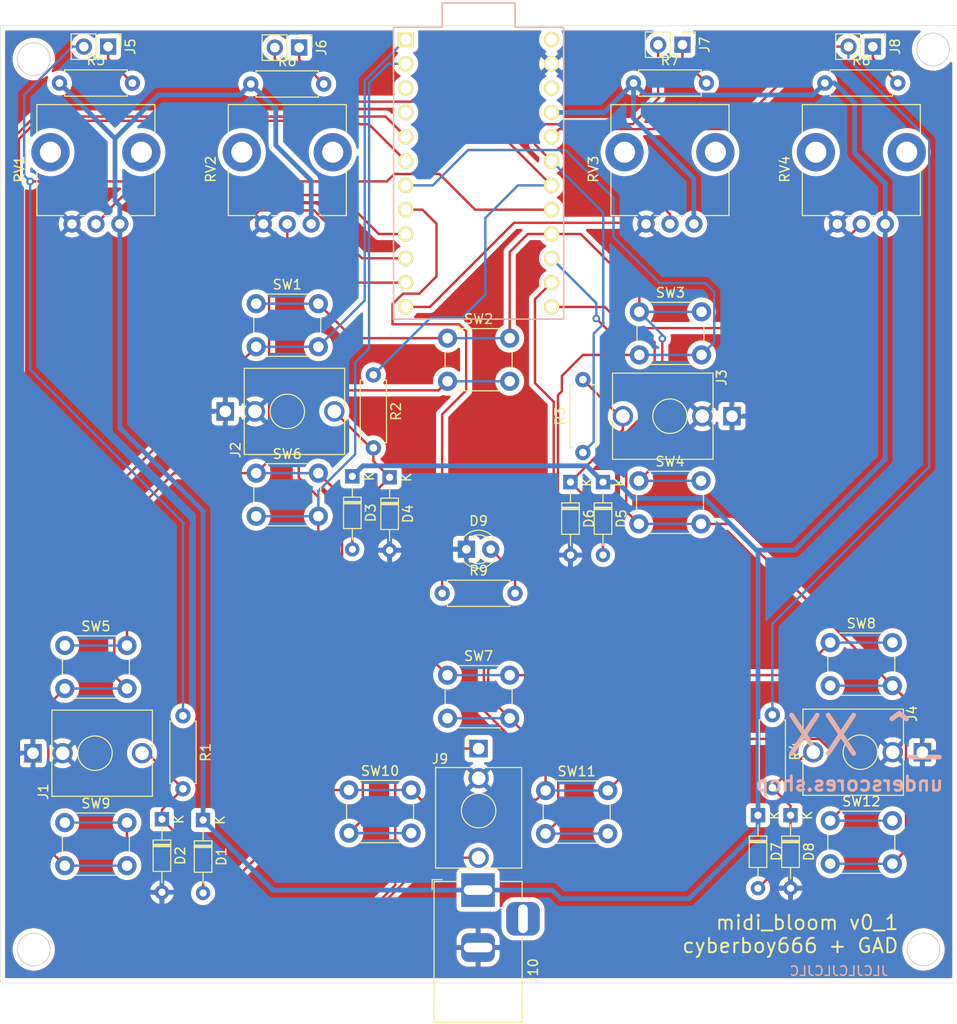
<source format=kicad_pcb>
(kicad_pcb (version 20211014) (generator pcbnew)
  (title_block (title "midi_bloom") (date "2023-08-31") (rev "v0_1") (company "cyberboy666 + GAD") (comment 1 "CC-BY-SA"))
  (layers (0 "F.Cu" signal) (31 "B.Cu" signal) (34 "B.Paste" user) (35 "F.Paste" user) (36 "B.SilkS" user "B.Silkscreen") (37 "F.SilkS" user "F.Silkscreen") (38 "B.Mask" user) (39 "F.Mask" user) (44 "Edge.Cuts" user))
  (net 0 "")
  (net 1 "+5V")
  (net 2 "analog_6")
  (net 3 "analog_7")
  (net 4 "analog_4")
  (net 5 "analog_5")
  (net 6 "GND")
  (net 7 "analog_0")
  (net 8 "analog_1")
  (net 9 "analog_2")
  (net 10 "analog_3")
  (net 11 "key_y0")
  (net 12 "key_x0")
  (net 13 "key_x1")
  (net 14 "key_x2")
  (net 15 "key_x3")
  (net 16 "Net-(D9-Pad2)")
  (net 17 "key_y1")
  (net 18 "key_y2")
  (net 19 "Net-(J5-Pad1)")
  (net 20 "Net-(J6-Pad1)")
  (net 21 "Net-(J7-Pad1)")
  (net 22 "Net-(J8-Pad1)")
  (net 23 "SCLK")
  (net 24 "SDA")
  (net 25 "Net-(D1-Pad2)")
  (net 26 "Net-(D3-Pad2)")
  (net 28 "Net-(R9-Pad1)")
  (net 33 "Net-(D5-Pad2)")
  (net 34 "Net-(D7-Pad2)")
  (footprint "Resistor_THT:R_Axial_DIN0207_L6.3mm_D2.5mm_P7.62mm_Horizontal" (layer "F.Cu") (at 171.19 56)
    (fp_text reference "R7")
    (fp_text value "1k")
  )
  (footprint "lib_fp:Jack_3.5mm_QingPu_WQP-PJ398SM_Vertical_CircularHoles" (layer "F.Cu") (at 201.38 125.9 -90)
    (fp_text reference "J4")
    (fp_text value "mono_jack_3.5mm")
  )
  (footprint "Resistor_THT:R_Axial_DIN0207_L6.3mm_D2.5mm_P7.62mm_Horizontal" (layer "F.Cu") (at 111.19 56)
    (fp_text reference "R5")
    (fp_text value "1k")
  )
  (footprint "lib_fp:Potentiometer_Vertical_Large" (layer "F.Cu") (at 197.5 70.725 90)
    (fp_text reference "RV4")
    (fp_text value "10k_pot")
  )
  (footprint "lib_fp:Potentiometer_Vertical_Large" (layer "F.Cu") (at 137.5 70.725 90)
    (fp_text reference "RV2")
    (fp_text value "10k_pot")
  )
  (footprint "Button_Switch_THT:SW_PUSH_6mm_H7.3mm" (layer "F.Cu") (at 131.75 96.75)
    (fp_text reference "SW6")
    (fp_text value "Push")
  )
  (footprint "Button_Switch_THT:SW_PUSH_6mm_H7.3mm" (layer "F.Cu") (at 141.45 129.85)
    (fp_text reference "SW10")
    (fp_text value "Push")
  )
  (footprint "Button_Switch_THT:SW_PUSH_6mm_H7.3mm" (layer "F.Cu") (at 111.75 114.75)
    (fp_text reference "SW5")
    (fp_text value "Push")
  )
  (footprint "Connector_PinHeader_2.54mm:PinHeader_1x02_P2.54mm_Vertical" (layer "F.Cu") (at 176.3 52 -90)
    (fp_text reference "J7")
    (fp_text value "Conn_01x02")
  )
  (footprint "Diode_THT:D_DO-34_SOD68_P7.62mm_Horizontal" (layer "F.Cu") (at 184.2 132.485 -90)
    (fp_text reference "D7")
    (fp_text value "bat46")
  )
  (footprint "Diode_THT:D_DO-34_SOD68_P7.62mm_Horizontal" (layer "F.Cu") (at 187.6 132.485 -90)
    (fp_text reference "D8")
    (fp_text value "bat46")
  )
  (footprint "Button_Switch_THT:SW_PUSH_6mm_H7.3mm" (layer "F.Cu") (at 191.75 114.45)
    (fp_text reference "SW8")
    (fp_text value "Push")
  )
  (footprint "lib_fp:Jack_3.5mm_QingPu_WQP-PJ398SM_Vertical_CircularHoles" (layer "F.Cu") (at 108.42 126 90)
    (fp_text reference "J1")
    (fp_text value "mono_jack_3.5mm")
  )
  (footprint "Diode_THT:D_DO-34_SOD68_P7.62mm_Horizontal" (layer "F.Cu") (at 164.6 97.685 -90)
    (fp_text reference "D6")
    (fp_text value "bat46")
  )
  (footprint "Diode_THT:D_DO-34_SOD68_P7.62mm_Horizontal" (layer "F.Cu") (at 121.9 132.9 -90)
    (fp_text reference "D2")
    (fp_text value "bat46")
  )
  (footprint "lib_fp:BarrelJack_Horizontal" (layer "F.Cu") (at 154.9425 140.3 90)
    (fp_text reference "J10")
    (fp_text value "Barrel_Jack_Switch")
  )
  (footprint "lib_fp:Jack_3.5mm_QingPu_WQP-PJ398SM_Vertical_CircularHoles" (layer "F.Cu") (at 181.48 90.8 -90)
    (fp_text reference "J3")
    (fp_text value "mono_jack_3.5mm")
  )
  (footprint "Button_Switch_THT:SW_PUSH_6mm_H7.3mm" (layer "F.Cu") (at 171.75 97.55)
    (fp_text reference "SW4")
    (fp_text value "Push")
  )
  (footprint "Diode_THT:D_DO-34_SOD68_P7.62mm_Horizontal" (layer "F.Cu") (at 168 97.685 -90)
    (fp_text reference "D5")
    (fp_text value "bat46")
  )
  (footprint "Button_Switch_THT:SW_PUSH_6mm_H7.3mm" (layer "F.Cu") (at 151.75 82.65)
    (fp_text reference "SW2")
    (fp_text value "Push")
  )
  (footprint "Diode_THT:D_DO-34_SOD68_P7.62mm_Horizontal" (layer "F.Cu") (at 145.7 97.185 -90)
    (fp_text reference "D4")
    (fp_text value "bat46")
  )
  (footprint "Button_Switch_THT:SW_PUSH_6mm_H7.3mm" (layer "F.Cu") (at 151.75 117.85)
    (fp_text reference "SW7")
    (fp_text value "Push")
  )
  (footprint "lib_fp:Potentiometer_Vertical_Large" (layer "F.Cu") (at 117.5 70.725 90)
    (fp_text reference "RV1")
    (fp_text value "10k_pot")
  )
  (footprint "Diode_THT:D_DO-34_SOD68_P7.62mm_Horizontal" (layer "F.Cu") (at 126.2 132.985 -90)
    (fp_text reference "D1")
    (fp_text value "bat46")
  )
  (footprint "Connector_PinHeader_2.54mm:PinHeader_1x02_P2.54mm_Vertical" (layer "F.Cu") (at 136.24 52.3 -90)
    (fp_text reference "J6")
    (fp_text value "Conn_01x02")
  )
  (footprint "Button_Switch_THT:SW_PUSH_6mm_H7.3mm" (layer "F.Cu") (at 162 129.9)
    (fp_text reference "SW11")
    (fp_text value "Push")
  )
  (footprint "lib_fp:tht_ProMicro" (layer "F.Cu") (at 155 65.42 -90)
    (fp_text reference "U1" hide)
    (fp_text value "ProMicro")
  )
  (footprint "Resistor_THT:R_Axial_DIN0207_L6.3mm_D2.5mm_P7.62mm_Horizontal" (layer "F.Cu") (at 191.19 56)
    (fp_text reference "R8")
    (fp_text value "1k")
  )
  (footprint "Button_Switch_THT:SW_PUSH_6mm_H7.3mm" (layer "F.Cu") (at 131.75 79.05)
    (fp_text reference "SW1")
    (fp_text value "Push")
  )
  (footprint "Resistor_THT:R_Axial_DIN0207_L6.3mm_D2.5mm_P7.62mm_Horizontal" (layer "F.Cu") (at 124.1 122.1 -90)
    (fp_text reference "R1")
    (fp_text value "1k")
  )
  (footprint "Button_Switch_THT:SW_PUSH_6mm_H7.3mm" (layer "F.Cu") (at 171.8 79.9)
    (fp_text reference "SW3")
    (fp_text value "Push")
  )
  (footprint "Button_Switch_THT:SW_PUSH_6mm_H7.3mm" (layer "F.Cu") (at 191.75 133.05)
    (fp_text reference "SW12")
    (fp_text value "Push")
  )
  (footprint "LED_THT:LED_D3.0mm_FlatTop" (layer "F.Cu") (at 153.725 104.7)
    (fp_text reference "D9")
    (fp_text value "LED")
  )
  (footprint "Connector_PinHeader_2.54mm:PinHeader_1x02_P2.54mm_Vertical" (layer "F.Cu") (at 116.275 52.2 -90)
    (fp_text reference "J5")
    (fp_text value "Conn_01x02")
  )
  (footprint "Resistor_THT:R_Axial_DIN0207_L6.3mm_D2.5mm_P7.62mm_Horizontal" (layer "F.Cu") (at 131.19 56.1)
    (fp_text reference "R6")
    (fp_text value "1k")
  )
  (footprint "lib_fp:Jack_3.5mm_QingPu_WQP-PJ398SM_Vertical_CircularHoles" (layer "F.Cu") (at 155 125.52)
    (fp_text reference "J9")
    (fp_text value "mono_jack_3.5mm")
  )
  (footprint "lib_fp:Potentiometer_Vertical_Large" (layer "F.Cu") (at 177.5 70.725 90)
    (fp_text reference "RV3")
    (fp_text value "10k_pot")
  )
  (footprint "Resistor_THT:R_Axial_DIN0207_L6.3mm_D2.5mm_P7.62mm_Horizontal" (layer "F.Cu") (at 151.19 109.3)
    (fp_text reference "R9")
    (fp_text value "480")
  )
  (footprint "Button_Switch_THT:SW_PUSH_6mm_H7.3mm" (layer "F.Cu") (at 111.75 133.25)
    (fp_text reference "SW9")
    (fp_text value "Push")
  )
  (footprint "Resistor_THT:R_Axial_DIN0207_L6.3mm_D2.5mm_P7.62mm_Horizontal" (layer "F.Cu") (at 144 86.49 -90)
    (fp_text reference "R2")
    (fp_text value "1k")
  )
  (footprint "Resistor_THT:R_Axial_DIN0207_L6.3mm_D2.5mm_P7.62mm_Horizontal" (layer "F.Cu") (at 185.7 121.99 -90)
    (fp_text reference "R4")
    (fp_text value "1k")
  )
  (footprint "Connector_PinHeader_2.54mm:PinHeader_1x02_P2.54mm_Vertical" (layer "F.Cu") (at 196.2 52.2 -90)
    (fp_text reference "J8")
    (fp_text value "Conn_01x02")
  )
  (footprint "lib_fp:Jack_3.5mm_QingPu_WQP-PJ398SM_Vertical_CircularHoles" (layer "F.Cu") (at 128.52 90.3 90)
    (fp_text reference "J2")
    (fp_text value "mono_jack_3.5mm")
  )
  (footprint "Diode_THT:D_DO-34_SOD68_P7.62mm_Horizontal" (layer "F.Cu") (at 141.8 97.085 -90)
    (fp_text reference "D3")
    (fp_text value "bat46")
  )
  (footprint "Resistor_THT:R_Axial_DIN0207_L6.3mm_D2.5mm_P7.62mm_Horizontal" (layer "F.Cu") (at 165.9 94.6 90)
    (fp_text reference "R3")
    (fp_text value "1k")
  )
  (gr_line (start 105 150) (end 105 50) (layer "Edge.Cuts") (width 0.05))
  (gr_circle (center 108.5 146.5) (end 110.211724 146.5) (layer "Edge.Cuts") (width 0.1) (fill none))
  (gr_line (start 105 50) (end 205 50) (layer "Edge.Cuts") (width 0.05))
  (gr_line (start 205 50) (end 205 150) (layer "Edge.Cuts") (width 0.05))
  (gr_circle (center 108.5 53.5) (end 110.211724 53.5) (layer "Edge.Cuts") (width 0.1) (fill none))
  (gr_circle (center 201.5 146.5) (end 203.211724 146.5) (layer "Edge.Cuts") (width 0.1) (fill none))
  (gr_circle (center 202.5 52.5) (end 204.211724 52.5) (layer "Edge.Cuts") (width 0.1) (fill none))
  (gr_line (start 205 150) (end 105 150) (layer "Edge.Cuts") (width 0.05))
  (gr_text "_^ XX" (at 195.15 124.2) (layer "B.SilkS") (effects (font (size 4 4) (thickness 0.5)) (justify mirror)))
  (gr_text "JLCJLCJLCJLC" (at 192.65 148.75) (layer "B.SilkS") (effects (font (size 1 1)) (justify mirror)))
  (gr_text "underscores.shop" (at 193.75 129.2) (layer "B.SilkS") (effects (font (size 1.5 1.5) (thickness 0.3)) (justify mirror)))
  (gr_text "midi_bloom v0_1\ncyberboy666 + GAD" (at 199 144.9) (layer "F.SilkS") (effects (font (size 1.5 1.5) (thickness 0.2)) (justify right)))
  (segment (start 116.995 68.295) (end 117.5 68.8) (width 0.5) (layer "B.Cu") (net 1))
  (segment (start 117.5 68.8) (end 117.5 70.725) (width 0.5) (layer "B.Cu") (net 1))
  (segment (start 171.2 99.4) (end 169.485 97.685) (width 0.5) (layer "B.Cu") (net 1))
  (segment (start 197.5 70.725) (end 197.5 66.5) (width 0.5) (layer "B.Cu") (net 1))
  (segment (start 121.55 57.25) (end 116.995 61.805) (width 0.5) (layer "B.Cu") (net 1))
  (segment (start 178.626419 99.4) (end 171.2 99.4) (width 0.5) (layer "B.Cu") (net 1))
  (segment (start 162.62 59.07) (end 168.12 59.07) (width 0.5) (layer "B.Cu") (net 1))
  (segment (start 116.995 61.805) (end 116.995 68.295) (width 0.5) (layer "B.Cu") (net 1))
  (segment (start 194.3 63.3) (end 194.3 58.1) (width 0.5) (layer "B.Cu") (net 1))
  (segment (start 116.995 61.805) (end 111.19 56) (width 0.5) (layer "B.Cu") (net 1))
  (segment (start 126.2 100.7) (end 117.5 92) (width 0.5) (layer "B.Cu") (net 1))
  (segment (start 133.8 62.5) (end 133.8 58.6) (width 0.5) (layer "B.Cu") (net 1))
  (segment (start 171.19 59.69) (end 171.19 56) (width 0.5) (layer "B.Cu") (net 1))
  (segment (start 184.2 104.973581) (end 184.013209 104.786791) (width 0.5) (layer "B.Cu") (net 1))
  (segment (start 133.8 58.6) (end 133.69 58.6) (width 0.5) (layer "B.Cu") (net 1))
  (segment (start 133.69 58.6) (end 131.19 56.1) (width 0.5) (layer "B.Cu") (net 1))
  (segment (start 117.5 92) (end 117.5 70.725) (width 0.5) (layer "B.Cu") (net 1))
  (segment (start 137.5 66.2) (end 133.8 62.5) (width 0.5) (layer "B.Cu") (net 1))
  (segment (start 197.5 70.725) (end 197.5 95.3) (width 0.5) (layer "B.Cu") (net 1))
  (segment (start 184.2 132.485) (end 184.2 104.973581) (width 0.5) (layer "B.Cu") (net 1))
  (segment (start 192.2 56) (end 191.19 56) (width 0.5) (layer "B.Cu") (net 1))
  (segment (start 133.515 140.3) (end 126.2 132.985) (width 0.5) (layer "B.Cu") (net 1))
  (segment (start 163.6 141.2) (end 162.7 140.3) (width 0.5) (layer "B.Cu") (net 1))
  (segment (start 177.5 70.725) (end 177.5 66) (width 0.5) (layer "B.Cu") (net 1))
  (segment (start 184.013209 104.786791) (end 178.626419 99.4) (width 0.5) (layer "B.Cu") (net 1))
  (segment (start 168 97.685) (end 166.3 95.985) (width 0.5) (layer "B.Cu") (net 1))
  (segment (start 188.013209 104.786791) (end 197.5 95.3) (width 0.5) (layer "B.Cu") (net 1))
  (segment (start 177.5 66) (end 171.19 59.69) (width 0.5) (layer "B.Cu") (net 1))
  (segment (start 162.7 140.3) (end 154.9425 140.3) (width 0.5) (layer "B.Cu") (net 1))
  (segment (start 169.485 97.685) (end 168 97.685) (width 0.5) (layer "B.Cu") (net 1))
  (segment (start 197.5 66.5) (end 194.3 63.3) (width 0.5) (layer "B.Cu") (net 1))
  (segment (start 142.9 95.985) (end 141.8 97.085) (width 0.5) (layer "B.Cu") (net 1))
  (segment (start 184.2 134) (end 177 141.2) (width 0.5) (layer "B.Cu") (net 1))
  (segment (start 184.013209 104.786791) (end 188.013209 104.786791) (width 0.5) (layer "B.Cu") (net 1))
  (segment (start 126.2 132.985) (end 126.2 100.7) (width 0.5) (layer "B.Cu") (net 1))
  (segment (start 131.19 56.1) (end 130.04 57.25) (width 0.5) (layer "B.Cu") (net 1))
  (segment (start 130.04 57.25) (end 121.55 57.25) (width 0.5) (layer "B.Cu") (net 1))
  (segment (start 194.3 58.1) (end 192.2 56) (width 0.5) (layer "B.Cu") (net 1))
  (segment (start 154.9425 140.3) (end 133.515 140.3) (width 0.5) (layer "B.Cu") (net 1))
  (segment (start 189.94 57.25) (end 191.19 56) (width 0.5) (layer "B.Cu") (net 1))
  (segment (start 172.44 57.25) (end 189.94 57.25) (width 0.5) (layer "B.Cu") (net 1))
  (segment (start 171.19 56) (end 172.44 57.25) (width 0.5) (layer "B.Cu") (net 1))
  (segment (start 137.5 70.725) (end 137.5 66.2) (width 0.5) (layer "B.Cu") (net 1))
  (segment (start 168.12 59.07) (end 171.19 56) (width 0.5) (layer "B.Cu") (net 1))
  (segment (start 177 141.2) (end 163.6 141.2) (width 0.5) (layer "B.Cu") (net 1))
  (segment (start 166.3 95.985) (end 142.9 95.985) (width 0.5) (layer "B.Cu") (net 1))
  (segment (start 184.2 132.485) (end 184.2 134) (width 0.5) (layer "B.Cu") (net 1))
  (segment (start 173.9 57.5) (end 173.76 57.36) (width 0.25) (layer "F.Cu") (net 2))
  (segment (start 160.9 62.43) (end 160.9 61.3) (width 0.25) (layer "F.Cu") (net 2))
  (segment (start 171.1 60.3) (end 173.9 57.5) (width 0.25) (layer "F.Cu") (net 2))
  (segment (start 162.62 64.15) (end 160.9 62.43) (width 0.25) (layer "F.Cu") (net 2))
  (segment (start 173.76 57.36) (end 173.76 52) (width 0.25) (layer "F.Cu") (net 2))
  (segment (start 161.9 60.3) (end 171.1 60.3) (width 0.25) (layer "F.Cu") (net 2))
  (segment (start 160.9 61.3) (end 161.9 60.3) (width 0.25) (layer "F.Cu") (net 2))
  (segment (start 165.9 94.6) (end 167.025 93.475) (width 0.25) (layer "B.Cu") (net 2))
  (segment (start 168.025 81.175) (end 168.025 69.555) (width 0.25) (layer "B.Cu") (net 2))
  (segment (start 168.025 69.555) (end 162.62 64.15) (width 0.25) (layer "B.Cu") (net 2))
  (segment (start 167.025 82.175) (end 168.025 81.175) (width 0.25) (layer "B.Cu") (net 2))
  (segment (start 167.025 93.475) (end 167.025 82.175) (width 0.25) (layer "B.Cu") (net 2))
  (segment (start 162.62 61.61) (end 163.419999 60.810001) (width 0.25) (layer "F.Cu") (net 3))
  (segment (start 163.419999 60.810001) (end 181.689999 60.810001) (width 0.25) (layer "F.Cu") (net 3))
  (segment (start 190.3 52.2) (end 193.66 52.2) (width 0.25) (layer "F.Cu") (net 3))
  (segment (start 181.689999 60.810001) (end 190.3 52.2) (width 0.25) (layer "F.Cu") (net 3))
  (segment (start 193.76 53.66) (end 193.66 53.66) (width 0.25) (layer "B.Cu") (net 3))
  (segment (start 185.7 112.5) (end 202.1 96.1) (width 0.25) (layer "B.Cu") (net 3))
  (segment (start 202.1 96.1) (end 202.1 62) (width 0.25) (layer "B.Cu") (net 3))
  (segment (start 193.66 52.2) (end 193.66 53.66) (width 0.25) (layer "B.Cu") (net 3))
  (segment (start 202.1 62) (end 193.76 53.66) (width 0.25) (layer "B.Cu") (net 3))
  (segment (start 185.7 121.99) (end 185.7 112.5) (width 0.25) (layer "B.Cu") (net 3))
  (segment (start 154.63 69.23) (end 162.62 69.23) (width 0.25) (layer "F.Cu") (net 4))
  (segment (start 150.9 65.5) (end 154.63 69.23) (width 0.25) (layer "F.Cu") (net 4))
  (segment (start 146.2 65.5) (end 150.9 65.5) (width 0.25) (layer "F.Cu") (net 4))
  (segment (start 108.125 66.275) (end 145.425 66.275) (width 0.25) (layer "F.Cu") (net 4))
  (segment (start 145.425 66.275) (end 146.2 65.5) (width 0.25) (layer "F.Cu") (net 4))
  (via (at 108.125 66.275) (size 0.8) (drill 0.4) (layers "F.Cu" "B.Cu") (net 4))
  (segment (start 107.5 65.65) (end 107.5 57.232919) (width 0.25) (layer "B.Cu") (net 4))
  (segment (start 108.125 66.275) (end 107.5 65.65) (width 0.25) (layer "B.Cu") (net 4))
  (segment (start 107.5 57.232919) (end 112.532919 52.2) (width 0.25) (layer "B.Cu") (net 4))
  (segment (start 108.125 66.275) (end 108.125 85.925) (width 0.25) (layer "B.Cu") (net 4))
  (segment (start 112.532919 52.2) (end 113.735 52.2) (width 0.25) (layer "B.Cu") (net 4))
  (segment (start 124.1 102.1) (end 124.1 122.1) (width 0.25) (layer "B.Cu") (net 4))
  (segment (start 108.125 85.925) (end 124.2 102) (width 0.25) (layer "B.Cu") (net 4))
  (segment (start 124.2 102) (end 124.1 102.1) (width 0.25) (layer "B.Cu") (net 4))
  (segment (start 133.7 53.502081) (end 138.142919 57.945) (width 0.25) (layer "F.Cu") (net 5))
  (segment (start 155.6 59.67) (end 162.62 66.69) (width 0.25) (layer "F.Cu") (net 5))
  (segment (start 133.7 52.3) (end 133.7 53.502081) (width 0.25) (layer "F.Cu") (net 5))
  (segment (start 138.142919 57.945) (end 154.045 57.945) (width 0.25) (layer "F.Cu") (net 5))
  (segment (start 154.045 57.945) (end 155.6 59.5) (width 0.25) (layer "F.Cu") (net 5))
  (segment (start 155.6 59.5) (end 155.6 59.67) (width 0.25) (layer "F.Cu") (net 5))
  (segment (start 155.7 70.1) (end 159.11 66.69) (width 0.25) (layer "B.Cu") (net 5))
  (segment (start 159.11 66.69) (end 162.62 66.69) (width 0.25) (layer "B.Cu") (net 5))
  (segment (start 149.99 80.5) (end 153.3 80.5) (width 0.25) (layer "B.Cu") (net 5))
  (segment (start 153.3 80.5) (end 155.7 78.1) (width 0.25) (layer "B.Cu") (net 5))
  (segment (start 155.7 78.1) (end 155.7 70.1) (width 0.25) (layer "B.Cu") (net 5))
  (segment (start 144 86.49) (end 149.99 80.5) (width 0.25) (layer "B.Cu") (net 5))
  (segment (start 115 70.725) (end 116.5125 69.2125) (width 0.25) (layer "F.Cu") (net 7))
  (segment (start 140.5 67.7) (end 117.9 67.7) (width 0.25) (layer "F.Cu") (net 7))
  (segment (start 144.57 71.77) (end 140.5 67.7) (width 0.25) (layer "F.Cu") (net 7))
  (segment (start 116.5125 69.2125) (end 116.625 69.1) (width 0.25) (layer "F.Cu") (net 7))
  (segment (start 147.38 71.77) (end 144.57 71.77) (width 0.25) (layer "F.Cu") (net 7))
  (segment (start 116.5125 69.0875) (end 116.5125 69.2125) (width 0.25) (layer "F.Cu") (net 7))
  (segment (start 117.9 67.7) (end 116.5125 69.0875) (width 0.25) (layer "F.Cu") (net 7))
  (segment (start 135 70.725) (end 135 73.9) (width 0.25) (layer "F.Cu") (net 8))
  (segment (start 137.95 76.85) (end 147.38 76.85) (width 0.25) (layer "F.Cu") (net 8))
  (segment (start 135 73.9) (end 137.95 76.85) (width 0.25) (layer "F.Cu") (net 8))
  (segment (start 147.38 79.39) (end 149.91 79.39) (width 0.25) (layer "F.Cu") (net 9))
  (segment (start 149.91 79.39) (end 158.7 70.6) (width 0.25) (layer "F.Cu") (net 9))
  (segment (start 172 68.9) (end 174.2 68.9) (width 0.25) (layer "F.Cu") (net 9))
  (segment (start 175 69.7) (end 175 70.725) (width 0.25) (layer "F.Cu") (net 9))
  (segment (start 174.2 68.9) (end 175 69.7) (width 0.25) (layer "F.Cu") (net 9))
  (segment (start 158.7 70.6) (end 170.3 70.6) (width 0.25) (layer "F.Cu") (net 9))
  (segment (start 170.3 70.6) (end 172 68.9) (width 0.25) (layer "F.Cu") (net 9))
  (segment (start 184.125 81.6) (end 195 70.725) (width 0.25) (layer "F.Cu") (net 10))
  (segment (start 168.19 79.39) (end 170.4 81.6) (width 0.25) (layer "F.Cu") (net 10))
  (segment (start 162.62 79.39) (end 168.19 79.39) (width 0.25) (layer "F.Cu") (net 10))
  (segment (start 170.4 81.6) (end 184.125 81.6) (width 0.25) (layer "F.Cu") (net 10))
  (segment (start 174.2 95.1) (end 174.2 82.7) (width 0.25) (layer "F.Cu") (net 11))
  (segment (start 158.25 73.65) (end 160.13 71.77) (width 0.25) (layer "F.Cu") (net 11))
  (segment (start 138.25 79.05) (end 141.85 82.65) (width 0.25) (layer "F.Cu") (net 11))
  (segment (start 171.8 77.9) (end 171.8 79.9) (width 0.25) (layer "F.Cu") (net 11))
  (segment (start 158.25 82.65) (end 158.25 73.65) (width 0.25) (layer "F.Cu") (net 11))
  (segment (start 162.62 71.77) (end 165.67 71.77) (width 0.25) (layer "F.Cu") (net 11))
  (segment (start 171.75 97.55) (end 174.2 95.1) (width 0.25) (layer "F.Cu") (net 11))
  (segment (start 141.85 82.65) (end 151.75 82.65) (width 0.25) (layer "F.Cu") (net 11))
  (segment (start 160.13 71.77) (end 162.62 71.77) (width 0.25) (layer "F.Cu") (net 11))
  (segment (start 165.67 71.77) (end 171.8 77.9) (width 0.25) (layer "F.Cu") (net 11))
  (via (at 174.2 82.7) (size 0.8) (drill 0.4) (layers "F.Cu" "B.Cu") (net 11))
  (segment (start 171.75 97.55) (end 178.25 97.55) (width 0.25) (layer "B.Cu") (net 11))
  (segment (start 171.8 79.9) (end 174.2 82.3) (width 0.25) (layer "B.Cu") (net 11))
  (segment (start 174.2 82.3) (end 174.2 82.7) (width 0.25) (layer "B.Cu") (net 11))
  (segment (start 151.75 82.65) (end 158.25 82.65) (width 0.25) (layer "B.Cu") (net 11))
  (segment (start 171.8 79.9) (end 178.3 79.9) (width 0.25) (layer "B.Cu") (net 11))
  (segment (start 131.75 79.05) (end 138.25 79.05) (width 0.25) (layer "B.Cu") (net 11))
  (segment (start 110.022135 120.977865) (end 111.75 119.25) (width 0.25) (layer "F.Cu") (net 12))
  (segment (start 110.022135 136.022135) (end 110.022135 120.977865) (width 0.25) (layer "F.Cu") (net 12))
  (segment (start 118.25 119.25) (end 116.925 117.925) (width 0.25) (layer "F.Cu") (net 12))
  (segment (start 111.75 137.75) (end 110.022135 136.022135) (width 0.25) (layer "F.Cu") (net 12))
  (segment (start 116.925 98.375) (end 131.75 83.55) (width 0.25) (layer "F.Cu") (net 12))
  (segment (start 116.925 117.925) (end 116.925 98.375) (width 0.25) (layer "F.Cu") (net 12))
  (segment (start 111.75 137.75) (end 118.25 137.75) (width 0.25) (layer "B.Cu") (net 12))
  (segment (start 143.1 78.7) (end 143.1 55.73) (width 0.25) (layer "B.Cu") (net 12))
  (segment (start 131.75 83.55) (end 138.25 83.55) (width 0.25) (layer "B.Cu") (net 12))
  (segment (start 138.25 83.55) (end 143.1 78.7) (width 0.25) (layer "B.Cu") (net 12))
  (segment (start 111.75 119.25) (end 118.25 119.25) (width 0.25) (layer "B.Cu") (net 12))
  (segment (start 143.1 55.73) (end 147.38 51.45) (width 0.25) (layer "B.Cu") (net 12))
  (segment (start 142.9 114.1) (end 138.25 109.45) (width 0.25) (layer "F.Cu") (net 13))
  (segment (start 138.25 101.25) (end 138.25 99.25) (width 0.25) (layer "F.Cu") (net 13))
  (segment (start 150.8 88.1) (end 151.75 87.15) (width 0.25) (layer "F.Cu") (net 13))
  (segment (start 138.25 99.25) (end 136.2 97.2) (width 0.25) (layer "F.Cu") (net 13))
  (segment (start 142.9 132.9) (end 142.9 114.1) (width 0.25) (layer "F.Cu") (net 13))
  (segment (start 138.3 88.1) (end 150.8 88.1) (width 0.25) (layer "F.Cu") (net 13))
  (segment (start 141.45 134.35) (end 142.9 132.9) (width 0.25) (layer "F.Cu") (net 13))
  (segment (start 136.2 97.2) (end 136.2 90.2) (width 0.25) (layer "F.Cu") (net 13))
  (segment (start 138.25 109.45) (end 138.25 101.25) (width 0.25) (layer "F.Cu") (net 13))
  (segment (start 136.2 90.2) (end 138.3 88.1) (width 0.25) (layer "F.Cu") (net 13))
  (segment (start 131.75 101.25) (end 138.25 101.25) (width 0.25) (layer "B.Cu") (net 13))
  (segment (start 141.45 134.35) (end 147.95 134.35) (width 0.25) (layer "B.Cu") (net 13))
  (segment (start 143.55 83.75) (end 142.1 85.2) (width 0.25) (layer "B.Cu") (net 13))
  (segment (start 142.1 94.773833) (end 138.25 98.623833) (width 0.25) (layer "B.Cu") (net 13))
  (segment (start 138.25 98.623833) (end 138.25 101.25) (width 0.25) (layer "B.Cu") (net 13))
  (segment (start 151.75 87.15) (end 158.25 87.15) (width 0.25) (layer "B.Cu") (net 13))
  (segment (start 143.55 56) (end 143.55 83.75) (width 0.25) (layer "B.Cu") (net 13))
  (segment (start 142.1 85.2) (end 142.1 94.773833) (width 0.25) (layer "B.Cu") (net 13))
  (segment (start 145.56 53.99) (end 143.55 56) (width 0.25) (layer "B.Cu") (net 13))
  (segment (start 147.38 53.99) (end 145.56 53.99) (width 0.25) (layer "B.Cu") (net 13))
  (segment (start 163.325 133.075) (end 162 134.4) (width 0.25) (layer "F.Cu") (net 14))
  (segment (start 163.7 88.2) (end 163.7 86.6) (width 0.25) (layer "F.Cu") (net 14))
  (segment (start 163.7 86.6) (end 165.9 84.4) (width 0.25) (layer "F.Cu") (net 14))
  (segment (start 163.325 127.425) (end 163.325 133.075) (width 0.25) (layer "F.Cu") (net 14))
  (segment (start 165.9 84.4) (end 171.8 84.4) (width 0.25) (layer "F.Cu") (net 14))
  (segment (start 163.3 110) (end 163.3 88.6) (width 0.25) (layer "F.Cu") (net 14))
  (segment (start 156 117.3) (end 163.3 110) (width 0.25) (layer "F.Cu") (net 14))
  (segment (start 158.25 122.35) (end 163.325 127.425) (width 0.25) (layer "F.Cu") (net 14))
  (segment (start 163.3 88.6) (end 163.7 88.2) (width 0.25) (layer "F.Cu") (net 14))
  (segment (start 156 120.1) (end 156 117.3) (width 0.25) (layer "F.Cu") (net 14))
  (segment (start 158.25 122.35) (end 156 120.1) (width 0.25) (layer "F.Cu") (net 14))
  (segment (start 179.625 77.825) (end 178.7 76.9) (width 0.25) (layer "B.Cu") (net 14))
  (segment (start 179.625 83.075) (end 179.625 77.825) (width 0.25) (layer "B.Cu") (net 14))
  (segment (start 151.75 122.35) (end 158.25 122.35) (width 0.25) (layer "B.Cu") (net 14))
  (segment (start 173.9 76.9) (end 169.1 72.1) (width 0.25) (layer "B.Cu") (net 14))
  (segment (start 164.1 63) (end 153.9 63) (width 0.25) (layer "B.Cu") (net 14))
  (segment (start 162 134.4) (end 168.5 134.4) (width 0.25) (layer "B.Cu") (net 14))
  (segment (start 169.1 72.1) (end 169.1 68) (width 0.25) (layer "B.Cu") (net 14))
  (segment (start 169.1 68) (end 164.1 63) (width 0.25) (layer "B.Cu") (net 14))
  (segment (start 153.9 63) (end 150.21 66.69) (width 0.25) (layer "B.Cu") (net 14))
  (segment (start 171.8 84.4) (end 178.3 84.4) (width 0.25) (layer "B.Cu") (net 14))
  (segment (start 178.7 76.9) (end 173.9 76.9) (width 0.25) (layer "B.Cu") (net 14))
  (segment (start 178.3 84.4) (end 179.625 83.075) (width 0.25) (layer "B.Cu") (net 14))
  (segment (start 150.21 66.69) (end 147.38 66.69) (width 0.25) (layer "B.Cu") (net 14))
  (segment (start 172.35 82.05) (end 168.75 82.05) (width 0.25) (layer "F.Cu") (net 15))
  (segment (start 168.75 82.05) (end 167.3 80.6) (width 0.25) (layer "F.Cu") (net 15))
  (segment (start 199.67 120.37) (end 198.25 118.95) (width 0.25) (layer "F.Cu") (net 15))
  (segment (start 181.35 102.05) (end 178.25 102.05) (width 0.25) (layer "F.Cu") (net 15))
  (segment (start 198.25 137.55) (end 199.67 136.13) (width 0.25) (layer "F.Cu") (net 15))
  (segment (start 199.67 136.13) (end 199.67 120.37) (width 0.25) (layer "F.Cu") (net 15))
  (segment (start 173.4 89.521396) (end 173.4 83.1) (width 0.25) (layer "F.Cu") (net 15))
  (segment (start 170.425 92.496396) (end 173.4 89.521396) (width 0.25) (layer "F.Cu") (net 15))
  (segment (start 171.75 102.05) (end 170.425 100.725) (width 0.25) (layer "F.Cu") (net 15))
  (segment (start 173.4 83.1) (end 172.35 82.05) (width 0.25) (layer "F.Cu") (net 15))
  (segment (start 170.425 100.725) (end 170.425 92.496396) (width 0.25) (layer "F.Cu") (net 15))
  (segment (start 198.25 118.95) (end 181.35 102.05) (width 0.25) (layer "F.Cu") (net 15))
  (via (at 167.3 80.6) (size 0.8) (drill 0.4) (layers "F.Cu" "B.Cu") (net 15))
  (segment (start 167.3 80.6) (end 167.3 78.99) (width 0.25) (layer "B.Cu") (net 15))
  (segment (start 171.75 102.05) (end 178.25 102.05) (width 0.25) (layer "B.Cu") (net 15))
  (segment (start 167.3 78.99) (end 162.62 74.31) (width 0.25) (layer "B.Cu") (net 15))
  (segment (start 191.75 137.55) (end 198.25 137.55) (width 0.25) (layer "B.Cu") (net 15))
  (segment (start 191.75 118.95) (end 198.25 118.95) (width 0.25) (layer "B.Cu") (net 15))
  (segment (start 158.81 109.3) (end 158.81 107.245) (width 0.25) (layer "F.Cu") (net 16))
  (segment (start 158.81 107.245) (end 156.265 104.7) (width 0.25) (layer "F.Cu") (net 16))
  (segment (start 118.25 114.75) (end 118.25 101.65) (width 0.25) (layer "F.Cu") (net 17))
  (segment (start 133.1 95.4) (end 131.75 96.75) (width 0.25) (layer "F.Cu") (net 17))
  (segment (start 188.35 117.85) (end 191.75 114.45) (width 0.25) (layer "F.Cu") (net 17))
  (segment (start 138.25 96.75) (end 140.725 99.225) (width 0.25) (layer "F.Cu") (net 17))
  (segment (start 147.38 74.31) (end 142.817412 74.31) (width 0.25) (layer "F.Cu") (net 17))
  (segment (start 130.425 70.975) (end 133.1 73.65) (width 0.25) (layer "F.Cu") (net 17))
  (segment (start 158.25 117.85) (end 188.35 117.85) (width 0.25) (layer "F.Cu") (net 17))
  (segment (start 118.25 101.65) (end 123.15 96.75) (width 0.25) (layer "F.Cu") (net 17))
  (segment (start 123.15 96.75) (end 131.75 96.75) (width 0.25) (layer "F.Cu") (net 17))
  (segment (start 140.725 106.825) (end 151.75 117.85) (width 0.25) (layer "F.Cu") (net 17))
  (segment (start 132.1 69.3) (end 130.425 70.975) (width 0.25) (layer "F.Cu") (net 17))
  (segment (start 133.1 73.65) (end 133.1 95.4) (width 0.25) (layer "F.Cu") (net 17))
  (segment (start 142.817412 74.31) (end 137.807412 69.3) (width 0.25) (layer "F.Cu") (net 17))
  (segment (start 137.807412 69.3) (end 132.1 69.3) (width 0.25) (layer "F.Cu") (net 17))
  (segment (start 140.725 99.225) (end 140.725 106.825) (width 0.25) (layer "F.Cu") (net 17))
  (segment (start 111.75 114.75) (end 118.25 114.75) (width 0.25) (layer "B.Cu") (net 17))
  (segment (start 191.75 114.45) (end 198.25 114.45) (width 0.25) (layer "B.Cu") (net 17))
  (segment (start 151.75 117.85) (end 158.25 117.85) (width 0.25) (layer "B.Cu") (net 17))
  (segment (start 131.75 96.75) (end 138.25 96.75) (width 0.25) (layer "B.Cu") (net 17))
  (segment (start 193.2 127.1) (end 193.2 131.6) (width 0.25) (layer "F.Cu") (net 18))
  (segment (start 126.68711 142.01289) (end 138.85 129.85) (width 0.25) (layer "F.Cu") (net 18))
  (segment (start 125.429999 142.01289) (end 126.68711 142.01289) (width 0.25) (layer "F.Cu") (net 18))
  (segment (start 147.95 129.85) (end 148.95 130.85) (width 0.25) (layer "F.Cu") (net 18))
  (segment (start 160.892135 87.342135) (end 162.85 89.3) (width 0.25) (layer "F.Cu") (net 18))
  (segment (start 162.85 89.3) (end 162.85 109.813604) (width 0.25) (layer "F.Cu") (net 18))
  (segment (start 118.25 133.25) (end 118.25 134.832891) (width 0.25) (layer "F.Cu") (net 18))
  (segment (start 168.5 129.9) (end 173.89 124.51) (width 0.25) (layer "F.Cu") (net 18))
  (segment (start 162.62 76.85) (end 160.892135 78.577865) (width 0.25) (layer "F.Cu") (net 18))
  (segment (start 155.55 117.113604) (end 155.55 121.55) (width 0.25) (layer "F.Cu") (net 18))
  (segment (start 161.05 130.85) (end 162 129.9) (width 0.25) (layer "F.Cu") (net 18))
  (segment (start 160.892135 78.577865) (end 160.892135 87.342135) (width 0.25) (layer "F.Cu") (net 18))
  (segment (start 138.85 129.85) (end 141.45 129.85) (width 0.25) (layer "F.Cu") (net 18))
  (segment (start 155.55 121.55) (end 162 128) (width 0.25) (layer "F.Cu") (net 18))
  (segment (start 148.95 130.85) (end 161.05 130.85) (width 0.25) (layer "F.Cu") (net 18))
  (segment (start 162.85 109.813604) (end 155.55 117.113604) (width 0.25) (layer "F.Cu") (net 18))
  (segment (start 118.25 134.832891) (end 125.429999 142.01289) (width 0.25) (layer "F.Cu") (net 18))
  (segment (start 193.2 131.6) (end 191.75 133.05) (width 0.25) (layer "F.Cu") (net 18))
  (segment (start 190.61 124.51) (end 193.2 127.1) (width 0.25) (layer "F.Cu") (net 18))
  (segment (start 162 128) (end 162 129.9) (width 0.25) (layer "F.Cu") (net 18))
  (segment (start 173.89 124.51) (end 190.61 124.51) (width 0.25) (layer "F.Cu") (net 18))
  (segment (start 162 129.9) (end 168.5 129.9) (width 0.25) (layer "B.Cu") (net 18))
  (segment (start 191.75 133.05) (end 198.25 133.05) (width 0.25) (layer "B.Cu") (net 18))
  (segment (start 141.45 129.85) (end 147.95 129.85) (width 0.25) (layer "B.Cu") (net 18))
  (segment (start 111.75 133.25) (end 118.25 133.25) (width 0.25) (layer "B.Cu") (net 18))
  (segment (start 116.275 53.465) (end 118.81 56) (width 0.25) (layer "F.Cu") (net 19))
  (segment (start 116.275 52.2) (end 116.275 53.465) (width 0.25) (layer "F.Cu") (net 19))
  (segment (start 136.24 53.53) (end 138.81 56.1) (width 0.25) (layer "F.Cu") (net 20))
  (segment (start 136.24 52.3) (end 136.24 53.53) (width 0.25) (layer "F.Cu") (net 20))
  (segment (start 176.3 53.49) (end 178.81 56) (width 0.25) (layer "F.Cu") (net 21))
  (segment (start 176.3 52) (end 176.3 53.49) (width 0.25) (layer "F.Cu") (net 21))
  (segment (start 196.2 52.2) (end 196.2 53.39) (width 0.25) (layer "F.Cu") (net 22))
  (segment (start 196.2 53.39) (end 198.81 56) (width 0.25) (layer "F.Cu") (net 22))
  (segment (start 114.686396 144.05) (end 142.013604 144.05) (width 0.25) (layer "F.Cu") (net 23))
  (segment (start 146.281802 139.781802) (end 146.281802 129.081802) (width 0.25) (layer "F.Cu") (net 23))
  (segment (start 146.2 129) (end 149.68 125.52) (width 0.25) (layer "F.Cu") (net 23))
  (segment (start 147.38 64.15) (end 143.53 60.3) (width 0.25) (layer "F.Cu") (net 23))
  (segment (start 146.281802 129.081802) (end 146.2 129) (width 0.25) (layer "F.Cu") (net 23))
  (segment (start 106.95 61.85) (end 106.95 136.313604) (width 0.25) (layer "F.Cu") (net 23))
  (segment (start 108.85 59.95) (end 106.95 61.85) (width 0.25) (layer "F.Cu") (net 23))
  (segment (start 106.95 136.313604) (end 114.686396 144.05) (width 0.25) (layer "F.Cu") (net 23))
  (segment (start 143.53 60.3) (end 142.5 60.3) (width 0.25) (layer "F.Cu") (net 23))
  (segment (start 149.68 125.52) (end 155 125.52) (width 0.25) (layer "F.Cu") (net 23))
  (segment (start 142.15 59.95) (end 108.85 59.95) (width 0.25) (layer "F.Cu") (net 23))
  (segment (start 142.5 60.3) (end 142.15 59.95) (width 0.25) (layer "F.Cu") (net 23))
  (segment (start 142.013604 144.05) (end 146.281802 139.781802) (width 0.25) (layer "F.Cu") (net 23))
  (segment (start 149.78 136.92) (end 155 136.92) (width 0.25) (layer "F.Cu") (net 24))
  (segment (start 114.5 144.5) (end 142.2 144.5) (width 0.25) (layer "F.Cu") (net 24))
  (segment (start 108.6 59.5) (end 106.5 61.6) (width 0.25) (layer "F.Cu") (net 24))
  (segment (start 142.2 144.5) (end 149.78 136.92) (width 0.25) (layer "F.Cu") (net 24))
  (segment (start 147.38 61.61) (end 145.27 59.5) (width 0.25) (layer "F.Cu") (net 24))
  (segment (start 145.27 59.5) (end 108.6 59.5) (width 0.25) (layer "F.Cu") (net 24))
  (segment (start 106.5 136.5) (end 114.5 144.5) (width 0.25) (layer "F.Cu") (net 24))
  (segment (start 106.5 61.6) (end 106.5 136.5) (width 0.25) (layer "F.Cu") (net 24))
  (segment (start 126.2 137.2) (end 121.9 132.9) (width 0.25) (layer "F.Cu") (net 25))
  (segment (start 120.38 126) (end 119.82 126) (width 0.25) (layer "F.Cu") (net 25))
  (segment (start 121.9 132.9) (end 121.9 131.92) (width 0.25) (layer "F.Cu") (net 25))
  (segment (start 126.2 140.605) (end 126.2 137.2) (width 0.25) (layer "F.Cu") (net 25))
  (segment (start 124.1 129.72) (end 120.38 126) (width 0.25) (layer "F.Cu") (net 25))
  (segment (start 121.9 131.92) (end 124.1 129.72) (width 0.25) (layer "F.Cu") (net 25))
  (segment (start 143.73 94.11) (end 144 94.11) (width 0.25) (layer "F.Cu") (net 26))
  (segment (start 141.8 104.705) (end 141.8 101.085) (width 0.25) (layer "F.Cu") (net 26))
  (segment (start 139.92 90.3) (end 143.73 94.11) (width 0.25) (layer "F.Cu") (net 26))
  (segment (start 144 94.11) (end 144 95.485) (width 0.25) (layer "F.Cu") (net 26))
  (segment (start 144 95.485) (end 145.7 97.185) (width 0.25) (layer "F.Cu") (net 26))
  (segment (start 141.8 101.085) (end 145.7 97.185) (width 0.25) (layer "F.Cu") (net 26))
  (segment (start 148.8 78) (end 150.6 76.2) (width 0.25) (layer "F.Cu") (net 28))
  (segment (start 153.7 81.927134) (end 152.972866 81.2) (width 0.25) (layer "F.Cu") (net 28))
  (segment (start 153.7 88.1) (end 153.7 81.927134) (width 0.25) (layer "F.Cu") (net 28))
  (segment (start 146 79.1) (end 147.1 78) (width 0.25) (layer "F.Cu") (net 28))
  (segment (start 149.13 69.23) (end 147.38 69.23) (width 0.25) (layer "F.Cu") (net 28))
  (segment (start 152.972866 81.2) (end 146 81.2) (width 0.25) (layer "F.Cu") (net 28))
  (segment (start 150.6 70.7) (end 149.13 69.23) (width 0.25) (layer "F.Cu") (net 28))
  (segment (start 147.1 78) (end 148.8 78) (width 0.25) (layer "F.Cu") (net 28))
  (segment (start 151.19 90.61) (end 153.7 88.1) (width 0.25) (layer "F.Cu") (net 28))
  (segment (start 150.6 76.2) (end 150.6 70.7) (width 0.25) (layer "F.Cu") (net 28))
  (segment (start 151.19 109.3) (end 151.19 90.61) (width 0.25) (layer "F.Cu") (net 28))
  (segment (start 146 81.2) (end 146 79.1) (width 0.25) (layer "F.Cu") (net 28))
  (segment (start 169.72 90.8) (end 170.08 90.8) (width 0.25) (layer "F.Cu") (net 33))
  (segment (start 170.08 92.205) (end 170.08 90.8) (width 0.25) (layer "F.Cu") (net 33))
  (segment (start 164.6 97.685) (end 170.08 92.205) (width 0.25) (layer "F.Cu") (net 33))
  (segment (start 165.9 86.98) (end 169.72 90.8) (width 0.25) (layer "F.Cu") (net 33))
  (segment (start 168 101.085) (end 164.6 97.685) (width 0.25) (layer "F.Cu") (net 33))
  (segment (start 168 105.305) (end 168 101.085) (width 0.25) (layer "F.Cu") (net 33))
  (segment (start 187.6 131.51) (end 187.6 132.485) (width 0.25) (layer "F.Cu") (net 34))
  (segment (start 185.7 129.61) (end 189.41 125.9) (width 0.25) (layer "F.Cu") (net 34))
  (segment (start 187.6 136.705) (end 184.2 140.105) (width 0.25) (layer "F.Cu") (net 34))
  (segment (start 187.6 132.485) (end 187.6 136.705) (width 0.25) (layer "F.Cu") (net 34))
  (segment (start 189.41 125.9) (end 189.98 125.9) (width 0.25) (layer "F.Cu") (net 34))
  (segment (start 185.7 129.61) (end 187.6 131.51) (width 0.25) (layer "F.Cu") (net 34))
  (zone (net 6) (net_name "GND") (layers F&B.Cu) (connect_pads (clearance 0.508)) (min_thickness 0.254) (fill yes (thermal_gap 0.508) (thermal_bridge_width 0.508))
    (polygon (pts (xy 205 150) (xy 105 150) (xy 105 50) (xy 205 50)))
  )
)
</source>
